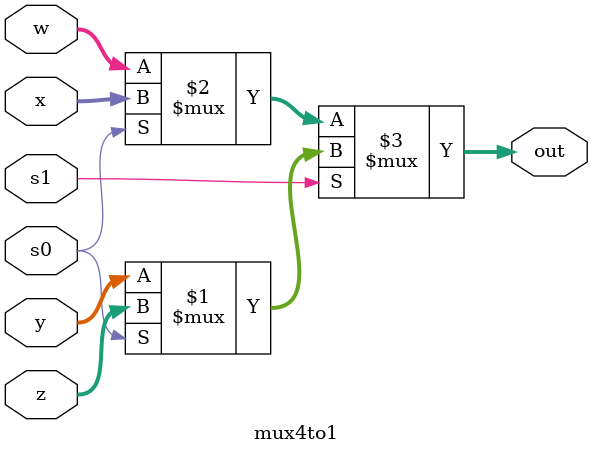
<source format=v>
module mux4to1(out,w,x,y,z,s1,s0);

output [3:0] out;
input [3:0] w,x,y,z;
input s1,s0;

assign out=s1?(s0?z:y):(s0?x:w);

endmodule

</source>
